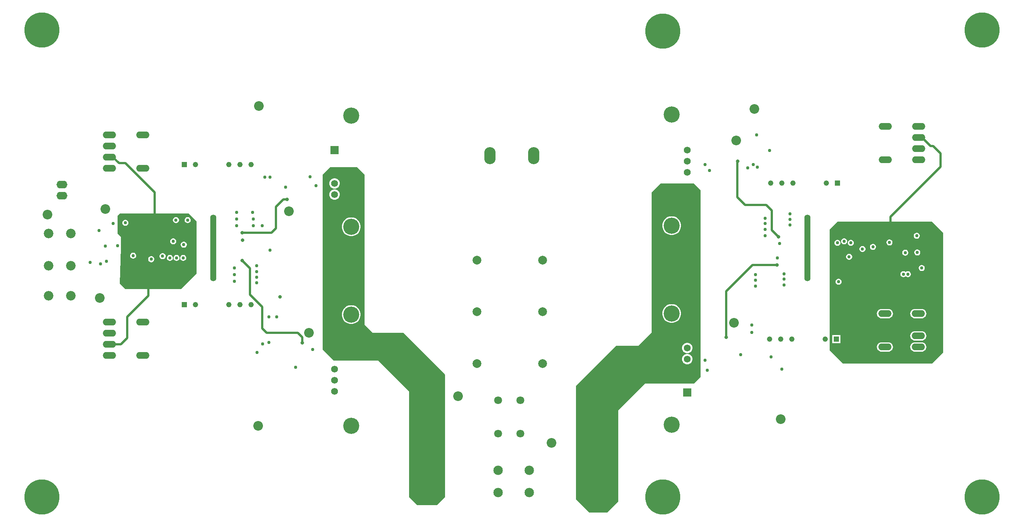
<source format=gbl>
G04*
G04 #@! TF.GenerationSoftware,Altium Limited,Altium Designer,21.1.1 (26)*
G04*
G04 Layer_Physical_Order=4*
G04 Layer_Color=16711680*
%FSLAX25Y25*%
%MOIN*%
G70*
G04*
G04 #@! TF.SameCoordinates,3677F01D-BDC3-49B7-9324-C1A4C2B8551F*
G04*
G04*
G04 #@! TF.FilePolarity,Positive*
G04*
G01*
G75*
%ADD63C,0.07874*%
%ADD71C,0.02000*%
%ADD73O,0.12000X0.06000*%
%ADD74C,0.08700*%
%ADD75C,0.31496*%
%ADD76C,0.14512*%
%ADD77C,0.08563*%
%ADD78C,0.07087*%
%ADD79O,0.10236X0.15354*%
%ADD80C,0.04842*%
%ADD81R,0.04842X0.04842*%
%ADD82C,0.08445*%
%ADD83O,0.09843X0.06890*%
%ADD84O,0.05500X0.60000*%
%ADD85C,0.03000*%
%ADD86C,0.03200*%
%ADD87C,0.06200*%
%ADD88R,0.07200X0.07200*%
G36*
X310000Y317500D02*
Y182500D01*
X317500Y175000D01*
X345000D01*
X382500Y137500D01*
Y27500D01*
X375000Y20000D01*
X357500D01*
X350000Y27500D01*
Y122500D01*
X322500Y150000D01*
X282500D01*
X272500Y160000D01*
Y317500D01*
X279000Y324000D01*
X303500D01*
X310000Y317500D01*
D02*
G37*
G36*
X159000Y275500D02*
Y228500D01*
X145000Y214500D01*
X95000D01*
X90000Y219500D01*
X91000Y251500D01*
Y261500D01*
X88000Y264500D01*
Y280500D01*
X90000Y282500D01*
X152000D01*
X159000Y275500D01*
D02*
G37*
G36*
X612000Y303500D02*
Y135500D01*
X606000Y129500D01*
X562000D01*
X538000Y105500D01*
Y23500D01*
X528000Y13500D01*
X512000D01*
X500000Y25500D01*
Y127500D01*
X536000Y163500D01*
X556000D01*
X568000Y175500D01*
Y301500D01*
X576000Y309500D01*
X606000D01*
X612000Y303500D01*
D02*
G37*
G36*
X830000Y265000D02*
Y157500D01*
X820000Y147500D01*
X740000D01*
X728000Y159500D01*
Y248167D01*
X728000Y268000D01*
X735000Y275000D01*
X820000D01*
X830000Y265000D01*
D02*
G37*
%LPC*%
G36*
X283619Y314204D02*
X282381D01*
X281184Y313883D01*
X280112Y313264D01*
X279236Y312388D01*
X278617Y311316D01*
X278296Y310119D01*
Y308881D01*
X278617Y307684D01*
X279236Y306612D01*
X280112Y305736D01*
X281184Y305117D01*
X282381Y304796D01*
X283619D01*
X284816Y305117D01*
X285888Y305736D01*
X286764Y306612D01*
X287383Y307684D01*
X287704Y308881D01*
Y310119D01*
X287383Y311316D01*
X286764Y312388D01*
X285888Y313264D01*
X284816Y313883D01*
X283619Y314204D01*
D02*
G37*
G36*
Y304204D02*
X282381D01*
X281184Y303883D01*
X280112Y303264D01*
X279236Y302388D01*
X278617Y301316D01*
X278296Y300119D01*
Y298881D01*
X278617Y297684D01*
X279236Y296612D01*
X280112Y295736D01*
X281184Y295117D01*
X282381Y294796D01*
X283619D01*
X284816Y295117D01*
X285888Y295736D01*
X286764Y296612D01*
X287383Y297684D01*
X287704Y298881D01*
Y300119D01*
X287383Y301316D01*
X286764Y302388D01*
X285888Y303264D01*
X284816Y303883D01*
X283619Y304204D01*
D02*
G37*
G36*
X298833Y278956D02*
X297167D01*
X295533Y278631D01*
X293995Y277993D01*
X292610Y277068D01*
X291432Y275890D01*
X290507Y274505D01*
X289869Y272967D01*
X289544Y271333D01*
Y269667D01*
X289869Y268034D01*
X290507Y266495D01*
X291432Y265110D01*
X292610Y263932D01*
X293995Y263006D01*
X295533Y262369D01*
X297167Y262044D01*
X298833D01*
X300466Y262369D01*
X302005Y263006D01*
X303390Y263932D01*
X304568Y265110D01*
X305493Y266495D01*
X306131Y268034D01*
X306456Y269667D01*
Y271333D01*
X306131Y272967D01*
X305493Y274505D01*
X304568Y275890D01*
X303390Y277068D01*
X302005Y277993D01*
X300466Y278631D01*
X298833Y278956D01*
D02*
G37*
G36*
Y199956D02*
X297167D01*
X295533Y199631D01*
X293995Y198994D01*
X292610Y198068D01*
X291432Y196890D01*
X290507Y195505D01*
X289869Y193966D01*
X289544Y192333D01*
Y190667D01*
X289869Y189033D01*
X290507Y187495D01*
X291432Y186110D01*
X292610Y184932D01*
X293995Y184007D01*
X295533Y183369D01*
X297167Y183044D01*
X298833D01*
X300466Y183369D01*
X302005Y184007D01*
X303390Y184932D01*
X304568Y186110D01*
X305493Y187495D01*
X306131Y189033D01*
X306456Y190667D01*
Y192333D01*
X306131Y193966D01*
X305493Y195505D01*
X304568Y196890D01*
X303390Y198068D01*
X302005Y198994D01*
X300466Y199631D01*
X298833Y199956D01*
D02*
G37*
G36*
X151356Y279200D02*
X150645D01*
X149958Y279016D01*
X149342Y278660D01*
X148839Y278158D01*
X148484Y277542D01*
X148300Y276855D01*
Y276145D01*
X148484Y275458D01*
X148839Y274842D01*
X149342Y274340D01*
X149958Y273984D01*
X150645Y273800D01*
X151356D01*
X152042Y273984D01*
X152658Y274340D01*
X153161Y274842D01*
X153516Y275458D01*
X153700Y276145D01*
Y276855D01*
X153516Y277542D01*
X153161Y278158D01*
X152658Y278660D01*
X152042Y279016D01*
X151356Y279200D01*
D02*
G37*
G36*
X140856D02*
X140145D01*
X139458Y279016D01*
X138842Y278660D01*
X138339Y278158D01*
X137984Y277542D01*
X137800Y276855D01*
Y276145D01*
X137984Y275458D01*
X138339Y274842D01*
X138842Y274340D01*
X139458Y273984D01*
X140145Y273800D01*
X140856D01*
X141542Y273984D01*
X142158Y274340D01*
X142660Y274842D01*
X143016Y275458D01*
X143200Y276145D01*
Y276855D01*
X143016Y277542D01*
X142660Y278158D01*
X142158Y278660D01*
X141542Y279016D01*
X140856Y279200D01*
D02*
G37*
G36*
X95355Y276700D02*
X94644D01*
X93958Y276516D01*
X93342Y276161D01*
X92839Y275658D01*
X92484Y275042D01*
X92300Y274356D01*
Y273644D01*
X92484Y272958D01*
X92839Y272342D01*
X93342Y271839D01*
X93958Y271484D01*
X94644Y271300D01*
X95355D01*
X96042Y271484D01*
X96658Y271839D01*
X97161Y272342D01*
X97516Y272958D01*
X97700Y273644D01*
Y274356D01*
X97516Y275042D01*
X97161Y275658D01*
X96658Y276161D01*
X96042Y276516D01*
X95355Y276700D01*
D02*
G37*
G36*
X138356Y260043D02*
X137645D01*
X136958Y259858D01*
X136342Y259503D01*
X135839Y259000D01*
X135484Y258385D01*
X135300Y257698D01*
Y256987D01*
X135484Y256300D01*
X135839Y255685D01*
X136342Y255182D01*
X136958Y254826D01*
X137645Y254643D01*
X138356D01*
X139042Y254826D01*
X139658Y255182D01*
X140161Y255685D01*
X140516Y256300D01*
X140700Y256987D01*
Y257698D01*
X140516Y258385D01*
X140161Y259000D01*
X139658Y259503D01*
X139042Y259858D01*
X138356Y260043D01*
D02*
G37*
G36*
X147855Y257100D02*
X147144D01*
X146458Y256916D01*
X145842Y256560D01*
X145340Y256058D01*
X144984Y255442D01*
X144800Y254755D01*
Y254045D01*
X144984Y253358D01*
X145340Y252742D01*
X145842Y252239D01*
X146458Y251884D01*
X147144Y251700D01*
X147855D01*
X148542Y251884D01*
X149158Y252239D01*
X149661Y252742D01*
X150016Y253358D01*
X150200Y254045D01*
Y254755D01*
X150016Y255442D01*
X149661Y256058D01*
X149158Y256560D01*
X148542Y256916D01*
X147855Y257100D01*
D02*
G37*
G36*
X102356Y247200D02*
X101645D01*
X100958Y247016D01*
X100342Y246660D01*
X99840Y246158D01*
X99484Y245542D01*
X99300Y244855D01*
Y244145D01*
X99484Y243458D01*
X99840Y242842D01*
X100342Y242339D01*
X100958Y241984D01*
X101645Y241800D01*
X102356D01*
X103042Y241984D01*
X103658Y242339D01*
X104160Y242842D01*
X104516Y243458D01*
X104700Y244145D01*
Y244855D01*
X104516Y245542D01*
X104160Y246158D01*
X103658Y246660D01*
X103042Y247016D01*
X102356Y247200D01*
D02*
G37*
G36*
X128856Y246700D02*
X128145D01*
X127458Y246516D01*
X126842Y246161D01*
X126339Y245658D01*
X125984Y245042D01*
X125800Y244356D01*
Y243644D01*
X125984Y242958D01*
X126339Y242342D01*
X126842Y241840D01*
X127458Y241484D01*
X128145Y241300D01*
X128856D01*
X129542Y241484D01*
X130158Y241840D01*
X130660Y242342D01*
X131016Y242958D01*
X131200Y243644D01*
Y244356D01*
X131016Y245042D01*
X130660Y245658D01*
X130158Y246161D01*
X129542Y246516D01*
X128856Y246700D01*
D02*
G37*
G36*
X147355Y245200D02*
X146644D01*
X145958Y245016D01*
X145342Y244660D01*
X144840Y244158D01*
X144484Y243542D01*
X144300Y242856D01*
Y242144D01*
X144484Y241458D01*
X144840Y240842D01*
X145342Y240339D01*
X145958Y239984D01*
X146644Y239800D01*
X147355D01*
X148042Y239984D01*
X148658Y240339D01*
X149161Y240842D01*
X149516Y241458D01*
X149700Y242144D01*
Y242856D01*
X149516Y243542D01*
X149161Y244158D01*
X148658Y244660D01*
X148042Y245016D01*
X147355Y245200D01*
D02*
G37*
G36*
X141356D02*
X140645D01*
X139958Y245016D01*
X139342Y244660D01*
X138839Y244158D01*
X138484Y243542D01*
X138300Y242856D01*
Y242144D01*
X138484Y241458D01*
X138839Y240842D01*
X139342Y240339D01*
X139958Y239984D01*
X140645Y239800D01*
X141356D01*
X142042Y239984D01*
X142658Y240339D01*
X143160Y240842D01*
X143516Y241458D01*
X143700Y242144D01*
Y242856D01*
X143516Y243542D01*
X143160Y244158D01*
X142658Y244660D01*
X142042Y245016D01*
X141356Y245200D01*
D02*
G37*
G36*
X135355D02*
X134644D01*
X133958Y245016D01*
X133342Y244660D01*
X132840Y244158D01*
X132484Y243542D01*
X132300Y242856D01*
Y242144D01*
X132484Y241458D01*
X132840Y240842D01*
X133342Y240339D01*
X133958Y239984D01*
X134644Y239800D01*
X135355D01*
X136042Y239984D01*
X136658Y240339D01*
X137161Y240842D01*
X137516Y241458D01*
X137700Y242144D01*
Y242856D01*
X137516Y243542D01*
X137161Y244158D01*
X136658Y244660D01*
X136042Y245016D01*
X135355Y245200D01*
D02*
G37*
G36*
X118664Y244021D02*
X117953D01*
X117266Y243836D01*
X116651Y243481D01*
X116148Y242978D01*
X115793Y242363D01*
X115609Y241676D01*
Y240965D01*
X115793Y240278D01*
X116148Y239663D01*
X116651Y239160D01*
X117266Y238805D01*
X117953Y238620D01*
X118664D01*
X119351Y238805D01*
X119966Y239160D01*
X120469Y239663D01*
X120825Y240278D01*
X121009Y240965D01*
Y241676D01*
X120825Y242363D01*
X120469Y242978D01*
X119966Y243481D01*
X119351Y243836D01*
X118664Y244021D01*
D02*
G37*
G36*
X586833Y279956D02*
X585167D01*
X583533Y279631D01*
X581995Y278994D01*
X580610Y278068D01*
X579432Y276890D01*
X578507Y275505D01*
X577869Y273967D01*
X577544Y272333D01*
Y270667D01*
X577869Y269034D01*
X578507Y267495D01*
X579432Y266110D01*
X580610Y264932D01*
X581995Y264006D01*
X583533Y263369D01*
X585167Y263044D01*
X586833D01*
X588467Y263369D01*
X590005Y264006D01*
X591390Y264932D01*
X592568Y266110D01*
X593494Y267495D01*
X594131Y269034D01*
X594456Y270667D01*
Y272333D01*
X594131Y273967D01*
X593494Y275505D01*
X592568Y276890D01*
X591390Y278068D01*
X590005Y278994D01*
X588467Y279631D01*
X586833Y279956D01*
D02*
G37*
G36*
Y200956D02*
X585167D01*
X583533Y200631D01*
X581995Y199994D01*
X580610Y199068D01*
X579432Y197890D01*
X578507Y196505D01*
X577869Y194966D01*
X577544Y193333D01*
Y191667D01*
X577869Y190033D01*
X578507Y188495D01*
X579432Y187110D01*
X580610Y185932D01*
X581995Y185006D01*
X583533Y184369D01*
X585167Y184044D01*
X586833D01*
X588467Y184369D01*
X590005Y185006D01*
X591390Y185932D01*
X592568Y187110D01*
X593494Y188495D01*
X594131Y190033D01*
X594456Y191667D01*
Y193333D01*
X594131Y194966D01*
X593494Y196505D01*
X592568Y197890D01*
X591390Y199068D01*
X590005Y199994D01*
X588467Y200631D01*
X586833Y200956D01*
D02*
G37*
G36*
X600619Y166204D02*
X599381D01*
X598184Y165883D01*
X597112Y165264D01*
X596236Y164388D01*
X595617Y163316D01*
X595296Y162119D01*
Y160881D01*
X595617Y159684D01*
X596236Y158612D01*
X597112Y157736D01*
X598184Y157117D01*
X599381Y156796D01*
X600619D01*
X601816Y157117D01*
X602888Y157736D01*
X603764Y158612D01*
X604383Y159684D01*
X604704Y160881D01*
Y162119D01*
X604383Y163316D01*
X603764Y164388D01*
X602888Y165264D01*
X601816Y165883D01*
X600619Y166204D01*
D02*
G37*
G36*
Y156204D02*
X599381D01*
X598184Y155883D01*
X597112Y155264D01*
X596236Y154388D01*
X595617Y153316D01*
X595296Y152119D01*
Y150881D01*
X595617Y149684D01*
X596236Y148612D01*
X597112Y147736D01*
X598184Y147117D01*
X599381Y146796D01*
X600619D01*
X601816Y147117D01*
X602888Y147736D01*
X603764Y148612D01*
X604383Y149684D01*
X604704Y150881D01*
Y152119D01*
X604383Y153316D01*
X603764Y154388D01*
X602888Y155264D01*
X601816Y155883D01*
X600619Y156204D01*
D02*
G37*
G36*
X806656Y265100D02*
X805945D01*
X805258Y264916D01*
X804642Y264561D01*
X804140Y264058D01*
X803784Y263442D01*
X803600Y262755D01*
Y262045D01*
X803784Y261358D01*
X804140Y260742D01*
X804642Y260240D01*
X805258Y259884D01*
X805945Y259700D01*
X806656D01*
X807342Y259884D01*
X807958Y260240D01*
X808461Y260742D01*
X808816Y261358D01*
X809000Y262045D01*
Y262755D01*
X808816Y263442D01*
X808461Y264058D01*
X807958Y264561D01*
X807342Y264916D01*
X806656Y265100D01*
D02*
G37*
G36*
X741356Y260145D02*
X740645D01*
X739958Y259961D01*
X739342Y259605D01*
X738839Y259103D01*
X738484Y258487D01*
X738300Y257800D01*
Y257089D01*
X738484Y256403D01*
X738839Y255787D01*
X739342Y255284D01*
X739958Y254929D01*
X740645Y254745D01*
X741356D01*
X742042Y254929D01*
X742658Y255284D01*
X743160Y255787D01*
X743516Y256403D01*
X743700Y257089D01*
Y257800D01*
X743516Y258487D01*
X743160Y259103D01*
X742658Y259605D01*
X742042Y259961D01*
X741356Y260145D01*
D02*
G37*
G36*
X782156Y259100D02*
X781445D01*
X780758Y258916D01*
X780142Y258560D01*
X779639Y258058D01*
X779284Y257442D01*
X779100Y256755D01*
Y256045D01*
X779284Y255358D01*
X779639Y254742D01*
X780142Y254240D01*
X780758Y253884D01*
X781445Y253700D01*
X782156D01*
X782842Y253884D01*
X783458Y254240D01*
X783960Y254742D01*
X784316Y255358D01*
X784500Y256045D01*
Y256755D01*
X784316Y257442D01*
X783960Y258058D01*
X783458Y258560D01*
X782842Y258916D01*
X782156Y259100D01*
D02*
G37*
G36*
X747356Y258700D02*
X746644D01*
X745958Y258516D01*
X745342Y258160D01*
X744839Y257658D01*
X744484Y257042D01*
X744300Y256356D01*
Y255644D01*
X744484Y254958D01*
X744839Y254342D01*
X745342Y253839D01*
X745958Y253484D01*
X746644Y253300D01*
X747356D01*
X748042Y253484D01*
X748658Y253839D01*
X749160Y254342D01*
X749516Y254958D01*
X749700Y255644D01*
Y256356D01*
X749516Y257042D01*
X749160Y257658D01*
X748658Y258160D01*
X748042Y258516D01*
X747356Y258700D01*
D02*
G37*
G36*
X735356D02*
X734645D01*
X733958Y258516D01*
X733342Y258160D01*
X732839Y257658D01*
X732484Y257042D01*
X732300Y256356D01*
Y255644D01*
X732484Y254958D01*
X732839Y254342D01*
X733342Y253839D01*
X733958Y253484D01*
X734645Y253300D01*
X735356D01*
X736042Y253484D01*
X736658Y253839D01*
X737160Y254342D01*
X737516Y254958D01*
X737700Y255644D01*
Y256356D01*
X737516Y257042D01*
X737160Y257658D01*
X736658Y258160D01*
X736042Y258516D01*
X735356Y258700D01*
D02*
G37*
G36*
X767255Y255100D02*
X766544D01*
X765858Y254916D01*
X765242Y254560D01*
X764740Y254058D01*
X764384Y253442D01*
X764200Y252755D01*
Y252045D01*
X764384Y251358D01*
X764740Y250742D01*
X765242Y250239D01*
X765858Y249884D01*
X766544Y249700D01*
X767255D01*
X767942Y249884D01*
X768558Y250239D01*
X769061Y250742D01*
X769416Y251358D01*
X769600Y252045D01*
Y252755D01*
X769416Y253442D01*
X769061Y254058D01*
X768558Y254560D01*
X767942Y254916D01*
X767255Y255100D01*
D02*
G37*
G36*
X757856Y253200D02*
X757144D01*
X756458Y253016D01*
X755842Y252660D01*
X755339Y252158D01*
X754984Y251542D01*
X754800Y250855D01*
Y250145D01*
X754984Y249458D01*
X755339Y248842D01*
X755842Y248340D01*
X756458Y247984D01*
X757144Y247800D01*
X757856D01*
X758542Y247984D01*
X759158Y248340D01*
X759660Y248842D01*
X760016Y249458D01*
X760200Y250145D01*
Y250855D01*
X760016Y251542D01*
X759660Y252158D01*
X759158Y252660D01*
X758542Y253016D01*
X757856Y253200D01*
D02*
G37*
G36*
X807156Y250100D02*
X806444D01*
X805758Y249916D01*
X805142Y249560D01*
X804640Y249058D01*
X804284Y248442D01*
X804100Y247756D01*
Y247044D01*
X804284Y246358D01*
X804640Y245742D01*
X805142Y245239D01*
X805758Y244884D01*
X806444Y244700D01*
X807156D01*
X807842Y244884D01*
X808458Y245239D01*
X808961Y245742D01*
X809316Y246358D01*
X809500Y247044D01*
Y247756D01*
X809316Y248442D01*
X808961Y249058D01*
X808458Y249560D01*
X807842Y249916D01*
X807156Y250100D01*
D02*
G37*
G36*
X796255Y249900D02*
X795544D01*
X794858Y249716D01*
X794242Y249360D01*
X793740Y248858D01*
X793384Y248242D01*
X793200Y247555D01*
Y246845D01*
X793384Y246158D01*
X793740Y245542D01*
X794242Y245040D01*
X794858Y244684D01*
X795544Y244500D01*
X796255D01*
X796942Y244684D01*
X797558Y245040D01*
X798061Y245542D01*
X798416Y246158D01*
X798600Y246845D01*
Y247555D01*
X798416Y248242D01*
X798061Y248858D01*
X797558Y249360D01*
X796942Y249716D01*
X796255Y249900D01*
D02*
G37*
G36*
X745856Y246200D02*
X745145D01*
X744458Y246016D01*
X743842Y245660D01*
X743339Y245158D01*
X742984Y244542D01*
X742800Y243856D01*
Y243144D01*
X742984Y242458D01*
X743339Y241842D01*
X743842Y241339D01*
X744458Y240984D01*
X745145Y240800D01*
X745856D01*
X746542Y240984D01*
X747158Y241339D01*
X747660Y241842D01*
X748016Y242458D01*
X748200Y243144D01*
Y243856D01*
X748016Y244542D01*
X747660Y245158D01*
X747158Y245660D01*
X746542Y246016D01*
X745856Y246200D01*
D02*
G37*
G36*
X811156Y236100D02*
X810445D01*
X809758Y235916D01*
X809142Y235560D01*
X808640Y235058D01*
X808284Y234442D01*
X808100Y233755D01*
Y233045D01*
X808284Y232358D01*
X808640Y231742D01*
X809142Y231240D01*
X809758Y230884D01*
X810445Y230700D01*
X811156D01*
X811842Y230884D01*
X812458Y231240D01*
X812961Y231742D01*
X813316Y232358D01*
X813500Y233045D01*
Y233755D01*
X813316Y234442D01*
X812961Y235058D01*
X812458Y235560D01*
X811842Y235916D01*
X811156Y236100D01*
D02*
G37*
G36*
X798656Y230600D02*
X797944D01*
X797258Y230416D01*
X796642Y230061D01*
X796300Y229718D01*
X795958Y230061D01*
X795342Y230416D01*
X794656Y230600D01*
X793945D01*
X793258Y230416D01*
X792642Y230061D01*
X792139Y229558D01*
X791784Y228942D01*
X791600Y228256D01*
Y227544D01*
X791784Y226858D01*
X792139Y226242D01*
X792642Y225740D01*
X793258Y225384D01*
X793945Y225200D01*
X794656D01*
X795342Y225384D01*
X795958Y225740D01*
X796300Y226082D01*
X796642Y225740D01*
X797258Y225384D01*
X797944Y225200D01*
X798656D01*
X799342Y225384D01*
X799958Y225740D01*
X800461Y226242D01*
X800816Y226858D01*
X801000Y227544D01*
Y228256D01*
X800816Y228942D01*
X800461Y229558D01*
X799958Y230061D01*
X799342Y230416D01*
X798656Y230600D01*
D02*
G37*
G36*
X736355Y223700D02*
X735644D01*
X734958Y223516D01*
X734342Y223161D01*
X733840Y222658D01*
X733484Y222042D01*
X733300Y221356D01*
Y220644D01*
X733484Y219958D01*
X733840Y219342D01*
X734342Y218840D01*
X734958Y218484D01*
X735644Y218300D01*
X736355D01*
X737042Y218484D01*
X737658Y218840D01*
X738161Y219342D01*
X738516Y219958D01*
X738700Y220644D01*
Y221356D01*
X738516Y222042D01*
X738161Y222658D01*
X737658Y223161D01*
X737042Y223516D01*
X736355Y223700D01*
D02*
G37*
G36*
X810700Y196610D02*
X804700D01*
X803604Y196466D01*
X802582Y196043D01*
X801705Y195370D01*
X801031Y194492D01*
X800608Y193471D01*
X800464Y192374D01*
X800608Y191278D01*
X801031Y190256D01*
X801705Y189379D01*
X802582Y188705D01*
X803604Y188282D01*
X804700Y188138D01*
X810700D01*
X811796Y188282D01*
X812818Y188705D01*
X813696Y189379D01*
X814369Y190256D01*
X814792Y191278D01*
X814936Y192374D01*
X814792Y193471D01*
X814369Y194492D01*
X813696Y195370D01*
X812818Y196043D01*
X811796Y196466D01*
X810700Y196610D01*
D02*
G37*
G36*
X780700D02*
X774700D01*
X773604Y196466D01*
X772582Y196043D01*
X771704Y195370D01*
X771031Y194492D01*
X770608Y193471D01*
X770464Y192374D01*
X770608Y191278D01*
X771031Y190256D01*
X771704Y189379D01*
X772582Y188705D01*
X773604Y188282D01*
X774700Y188138D01*
X780700D01*
X781796Y188282D01*
X782818Y188705D01*
X783696Y189379D01*
X784369Y190256D01*
X784792Y191278D01*
X784936Y192374D01*
X784792Y193471D01*
X784369Y194492D01*
X783696Y195370D01*
X782818Y196043D01*
X781796Y196466D01*
X780700Y196610D01*
D02*
G37*
G36*
X810700Y176610D02*
X804700D01*
X803604Y176466D01*
X802582Y176043D01*
X801705Y175370D01*
X801031Y174492D01*
X800608Y173470D01*
X800464Y172374D01*
X800608Y171278D01*
X801031Y170256D01*
X801705Y169379D01*
X802582Y168705D01*
X803604Y168282D01*
X804700Y168138D01*
X810700D01*
X811796Y168282D01*
X812818Y168705D01*
X813696Y169379D01*
X814369Y170256D01*
X814792Y171278D01*
X814936Y172374D01*
X814792Y173470D01*
X814369Y174492D01*
X813696Y175370D01*
X812818Y176043D01*
X811796Y176466D01*
X810700Y176610D01*
D02*
G37*
G36*
X737621Y173121D02*
X730379D01*
Y165879D01*
X737621D01*
Y173121D01*
D02*
G37*
G36*
X810700Y166610D02*
X804700D01*
X803604Y166466D01*
X802582Y166043D01*
X801705Y165370D01*
X801031Y164492D01*
X800608Y163470D01*
X800464Y162374D01*
X800608Y161278D01*
X801031Y160256D01*
X801705Y159379D01*
X802582Y158705D01*
X803604Y158282D01*
X804700Y158138D01*
X810700D01*
X811796Y158282D01*
X812818Y158705D01*
X813696Y159379D01*
X814369Y160256D01*
X814792Y161278D01*
X814936Y162374D01*
X814792Y163470D01*
X814369Y164492D01*
X813696Y165370D01*
X812818Y166043D01*
X811796Y166466D01*
X810700Y166610D01*
D02*
G37*
G36*
X780700D02*
X774700D01*
X773604Y166466D01*
X772582Y166043D01*
X771704Y165370D01*
X771031Y164492D01*
X770608Y163470D01*
X770464Y162374D01*
X770608Y161278D01*
X771031Y160256D01*
X771704Y159379D01*
X772582Y158705D01*
X773604Y158282D01*
X774700Y158138D01*
X780700D01*
X781796Y158282D01*
X782818Y158705D01*
X783696Y159379D01*
X784369Y160256D01*
X784792Y161278D01*
X784936Y162374D01*
X784792Y163470D01*
X784369Y164492D01*
X783696Y165370D01*
X782818Y166043D01*
X781796Y166466D01*
X780700Y166610D01*
D02*
G37*
%LPD*%
D63*
X410945Y240500D02*
D03*
X470000D02*
D03*
X410945Y147500D02*
D03*
X470000D02*
D03*
X410945Y194000D02*
D03*
X470000D02*
D03*
D71*
X121300Y279400D02*
Y301300D01*
X94900Y327700D02*
X121300Y301300D01*
X810900Y350774D02*
X818520Y343154D01*
X807900Y350774D02*
X810900D01*
X818520Y343154D02*
X820846D01*
X827700Y336300D01*
Y324400D02*
Y336300D01*
X782600Y279300D02*
X827700Y324400D01*
X782600Y270500D02*
Y279300D01*
X89300Y327700D02*
X94900D01*
X80800Y333200D02*
X83800D01*
X89300Y327700D01*
X80800Y164800D02*
X91000D01*
X96800Y170600D01*
Y189400D01*
X115700Y208300D01*
Y217200D01*
X200100Y265000D02*
X226500D01*
X207000Y209500D02*
Y233200D01*
X200000Y240200D02*
X207000Y233200D01*
X230500Y269000D02*
Y288500D01*
X658794Y236294D02*
X680794D01*
X635000Y171000D02*
Y212500D01*
X658794Y236294D01*
X645000Y329000D02*
X645500Y329500D01*
X645000Y297000D02*
Y329000D01*
Y297000D02*
X652000Y290000D01*
X671000D01*
X676000Y285000D01*
Y267500D02*
X682000Y261500D01*
X676000Y267500D02*
Y285000D01*
X254000Y166000D02*
Y171000D01*
X250000Y175000D02*
X254000Y171000D01*
X222000Y175000D02*
X250000D01*
X218000Y179000D02*
X222000Y175000D01*
X218000Y179000D02*
Y198500D01*
X207000Y209500D02*
X218000Y198500D01*
X226500Y265000D02*
X230500Y269000D01*
Y288500D02*
X237000Y295000D01*
X240500D01*
D73*
X110800Y184800D02*
D03*
Y154800D02*
D03*
X80800D02*
D03*
Y164800D02*
D03*
Y174800D02*
D03*
Y184800D02*
D03*
Y353200D02*
D03*
Y343200D02*
D03*
Y333200D02*
D03*
Y323200D02*
D03*
X110800D02*
D03*
Y353200D02*
D03*
X777900Y330774D02*
D03*
Y360774D02*
D03*
X807900D02*
D03*
Y350774D02*
D03*
Y340774D02*
D03*
Y330774D02*
D03*
X777700Y162374D02*
D03*
Y192374D02*
D03*
X807700D02*
D03*
Y182374D02*
D03*
Y172374D02*
D03*
Y162374D02*
D03*
D74*
X518000Y80000D02*
D03*
X394000Y118000D02*
D03*
X370000Y98000D02*
D03*
X478000Y76000D02*
D03*
X642000Y184000D02*
D03*
X644000Y348000D02*
D03*
X242000Y284500D02*
D03*
X260000Y175000D02*
D03*
X25000Y281500D02*
D03*
X761500Y212800D02*
D03*
X72000Y206500D02*
D03*
X77000Y286500D02*
D03*
X215000Y379000D02*
D03*
X684000Y97500D02*
D03*
X214500Y91500D02*
D03*
X660500Y376500D02*
D03*
D75*
X865000Y447500D02*
D03*
X578000Y27500D02*
D03*
Y446500D02*
D03*
X865000Y27500D02*
D03*
X20000Y447500D02*
D03*
Y27500D02*
D03*
D76*
X298000Y91500D02*
D03*
Y191500D02*
D03*
Y270500D02*
D03*
Y370500D02*
D03*
X586000Y271500D02*
D03*
Y371500D02*
D03*
Y192500D02*
D03*
Y92500D02*
D03*
D77*
X26000Y208500D02*
D03*
X46000D02*
D03*
X26000Y235500D02*
D03*
X46000D02*
D03*
X26000Y264500D02*
D03*
X46000D02*
D03*
D78*
X450000Y84500D02*
D03*
X430000D02*
D03*
Y114500D02*
D03*
X450000D02*
D03*
D79*
X462000Y334500D02*
D03*
X422630D02*
D03*
D80*
X695000Y309658D02*
D03*
X675000D02*
D03*
X685000D02*
D03*
X725000D02*
D03*
X694000Y169500D02*
D03*
X674000D02*
D03*
X684000D02*
D03*
X724000D02*
D03*
X158000Y326500D02*
D03*
Y200342D02*
D03*
X198000Y326500D02*
D03*
X208000D02*
D03*
X188000D02*
D03*
X198000Y200342D02*
D03*
X208000D02*
D03*
X188000D02*
D03*
D81*
X735000Y309658D02*
D03*
X734000Y169500D02*
D03*
X148000Y326500D02*
D03*
Y200342D02*
D03*
D82*
X518000Y51500D02*
D03*
Y31500D02*
D03*
X367000Y51500D02*
D03*
Y31500D02*
D03*
X458000Y51500D02*
D03*
Y31500D02*
D03*
X430000Y51500D02*
D03*
Y31500D02*
D03*
D83*
X38000Y298500D02*
D03*
Y308500D02*
D03*
D84*
X708000Y251500D02*
D03*
X174000D02*
D03*
D85*
X95000Y274000D02*
D03*
X102000Y272500D02*
D03*
X84000Y273500D02*
D03*
X121300Y279400D02*
D03*
X63400Y238500D02*
D03*
X782600Y270500D02*
D03*
X795900Y247200D02*
D03*
X766900Y252400D02*
D03*
X790800Y253400D02*
D03*
X781800Y256400D02*
D03*
X115700Y217200D02*
D03*
X148400Y259700D02*
D03*
X147500Y254400D02*
D03*
X263500Y160000D02*
D03*
X213000Y220000D02*
D03*
Y225000D02*
D03*
Y230000D02*
D03*
Y235500D02*
D03*
X754000Y245000D02*
D03*
X745500Y243500D02*
D03*
X193000Y221500D02*
D03*
Y227500D02*
D03*
X663000Y324000D02*
D03*
X784300Y227400D02*
D03*
X741000Y257445D02*
D03*
X733000Y241000D02*
D03*
X738000Y270500D02*
D03*
X733000D02*
D03*
X757500Y250500D02*
D03*
X736000Y221000D02*
D03*
X747000Y256000D02*
D03*
X735000D02*
D03*
X661500Y217000D02*
D03*
Y222500D02*
D03*
Y227500D02*
D03*
X687000Y228000D02*
D03*
Y218000D02*
D03*
Y223500D02*
D03*
X681000Y242500D02*
D03*
X658000Y182000D02*
D03*
X618000Y141500D02*
D03*
X616000Y150500D02*
D03*
X685000Y142500D02*
D03*
X675500Y153500D02*
D03*
X648000Y155500D02*
D03*
X658000Y175500D02*
D03*
X670000Y262500D02*
D03*
Y268000D02*
D03*
X620000Y321000D02*
D03*
X692500Y282000D02*
D03*
Y277000D02*
D03*
X683000Y255500D02*
D03*
X670000Y273500D02*
D03*
Y278000D02*
D03*
X692500Y272000D02*
D03*
X616000Y326500D02*
D03*
X654500Y323500D02*
D03*
X659500Y326500D02*
D03*
X674000Y339000D02*
D03*
X662500Y353000D02*
D03*
X248000Y144000D02*
D03*
X225000Y249500D02*
D03*
X193000Y233500D02*
D03*
X224000Y166500D02*
D03*
Y189500D02*
D03*
X231000D02*
D03*
X218209Y165250D02*
D03*
X213500Y157500D02*
D03*
X266500Y307500D02*
D03*
X261000Y315500D02*
D03*
X239000Y306000D02*
D03*
X225000Y315000D02*
D03*
X220500D02*
D03*
X195000Y271500D02*
D03*
Y277500D02*
D03*
Y283500D02*
D03*
X218000Y271500D02*
D03*
X210000D02*
D03*
Y277500D02*
D03*
X209500Y283500D02*
D03*
X118309Y241320D02*
D03*
X147000Y227500D02*
D03*
X141000D02*
D03*
X134000Y255000D02*
D03*
X155000Y227500D02*
D03*
X94000Y253500D02*
D03*
X135000Y242500D02*
D03*
X102000Y244500D02*
D03*
X140500Y276500D02*
D03*
X151000D02*
D03*
X138000Y257343D02*
D03*
X147000Y242500D02*
D03*
X141000D02*
D03*
X128500Y244000D02*
D03*
X88000Y253500D02*
D03*
X798300Y227900D02*
D03*
X794300D02*
D03*
X810800Y233400D02*
D03*
X806800Y247400D02*
D03*
X806300Y262400D02*
D03*
X78000Y239500D02*
D03*
X77000Y253000D02*
D03*
X72700Y237100D02*
D03*
X71500Y267000D02*
D03*
D86*
X233900Y207300D02*
D03*
X200100Y265000D02*
D03*
X200000Y240200D02*
D03*
X200500Y258500D02*
D03*
X680794Y236294D02*
D03*
X635000Y171000D02*
D03*
X645500Y329500D02*
D03*
X682000Y261500D02*
D03*
X254000Y166000D02*
D03*
X240500Y295000D02*
D03*
D87*
X600000Y329500D02*
D03*
Y339500D02*
D03*
Y319500D02*
D03*
Y151500D02*
D03*
Y161500D02*
D03*
Y141500D02*
D03*
X283000Y319500D02*
D03*
Y299500D02*
D03*
Y309500D02*
D03*
Y142500D02*
D03*
Y122500D02*
D03*
Y132500D02*
D03*
D88*
X600000Y299500D02*
D03*
Y121500D02*
D03*
X283000Y339500D02*
D03*
Y162500D02*
D03*
M02*

</source>
